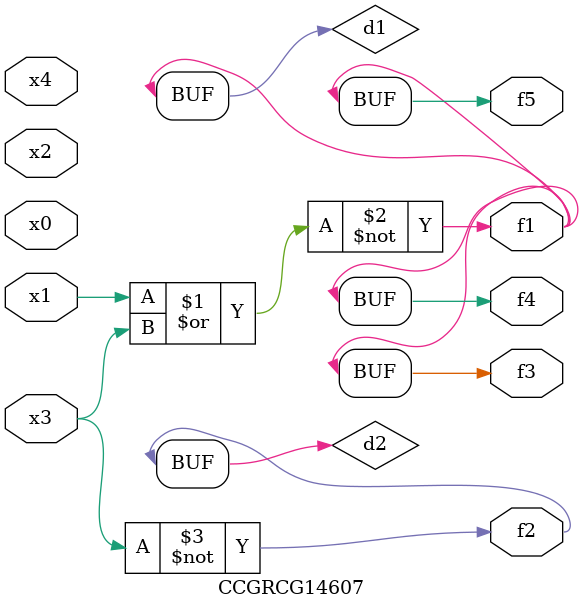
<source format=v>
module CCGRCG14607(
	input x0, x1, x2, x3, x4,
	output f1, f2, f3, f4, f5
);

	wire d1, d2;

	nor (d1, x1, x3);
	not (d2, x3);
	assign f1 = d1;
	assign f2 = d2;
	assign f3 = d1;
	assign f4 = d1;
	assign f5 = d1;
endmodule

</source>
